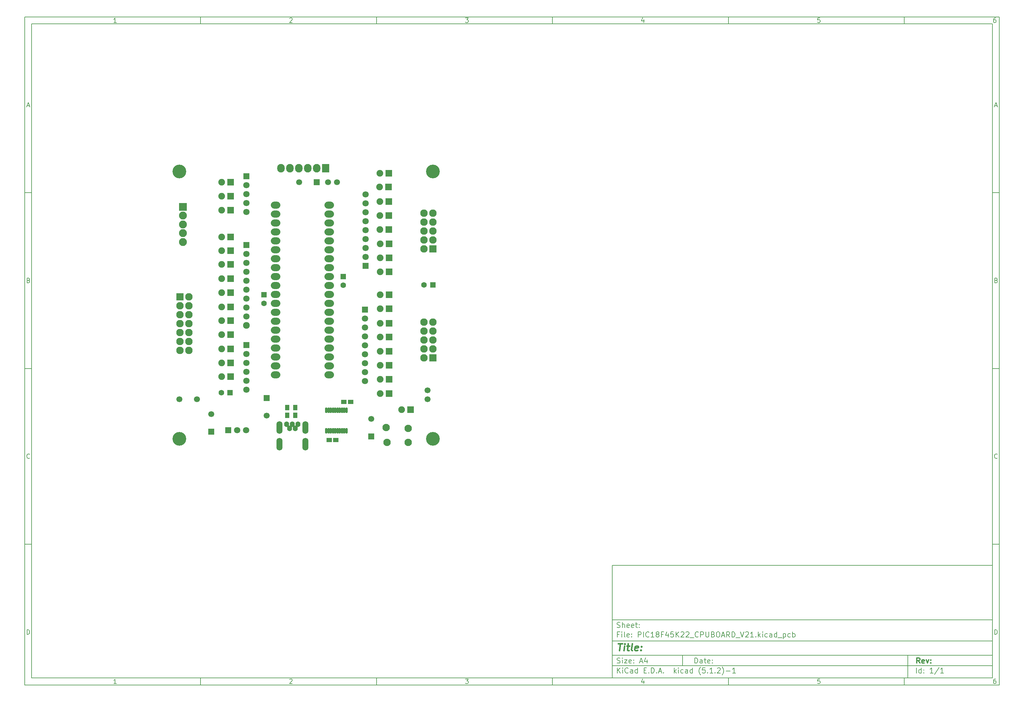
<source format=gts>
G04 #@! TF.GenerationSoftware,KiCad,Pcbnew,(5.1.2)-1*
G04 #@! TF.CreationDate,2019-04-29T19:23:30+09:00*
G04 #@! TF.ProjectId,PIC18F45K22_CPUBOARD_V21,50494331-3846-4343-954b-32325f435055,rev?*
G04 #@! TF.SameCoordinates,Original*
G04 #@! TF.FileFunction,Soldermask,Top*
G04 #@! TF.FilePolarity,Negative*
%FSLAX46Y46*%
G04 Gerber Fmt 4.6, Leading zero omitted, Abs format (unit mm)*
G04 Created by KiCad (PCBNEW (5.1.2)-1) date 2019-04-29 19:23:30*
%MOMM*%
%LPD*%
G04 APERTURE LIST*
%ADD10C,0.100000*%
%ADD11C,0.150000*%
%ADD12C,0.300000*%
%ADD13C,0.400000*%
%ADD14R,2.250000X2.250000*%
%ADD15C,2.250000*%
%ADD16R,1.900000X1.900000*%
%ADD17C,1.900000*%
%ADD18O,0.750000X1.600000*%
%ADD19C,1.700000*%
%ADD20R,1.797000X1.797000*%
%ADD21C,1.797000*%
%ADD22C,3.900000*%
%ADD23C,1.924000*%
%ADD24R,2.127200X2.127200*%
%ADD25O,2.127200X2.127200*%
%ADD26O,1.400000X1.600000*%
%ADD27O,1.700000X3.600000*%
%ADD28R,2.127200X2.432000*%
%ADD29O,2.127200X2.432000*%
%ADD30C,2.100000*%
%ADD31R,1.700000X1.700000*%
%ADD32R,1.600000X1.600000*%
%ADD33C,1.600000*%
%ADD34O,2.700000X2.000000*%
%ADD35R,1.600000X1.150000*%
%ADD36R,1.300000X1.600000*%
G04 APERTURE END LIST*
D10*
D11*
X177002200Y-166007200D02*
X177002200Y-198007200D01*
X285002200Y-198007200D01*
X285002200Y-166007200D01*
X177002200Y-166007200D01*
D10*
D11*
X10000000Y-10000000D02*
X10000000Y-200007200D01*
X287002200Y-200007200D01*
X287002200Y-10000000D01*
X10000000Y-10000000D01*
D10*
D11*
X12000000Y-12000000D02*
X12000000Y-198007200D01*
X285002200Y-198007200D01*
X285002200Y-12000000D01*
X12000000Y-12000000D01*
D10*
D11*
X60000000Y-12000000D02*
X60000000Y-10000000D01*
D10*
D11*
X110000000Y-12000000D02*
X110000000Y-10000000D01*
D10*
D11*
X160000000Y-12000000D02*
X160000000Y-10000000D01*
D10*
D11*
X210000000Y-12000000D02*
X210000000Y-10000000D01*
D10*
D11*
X260000000Y-12000000D02*
X260000000Y-10000000D01*
D10*
D11*
X36065476Y-11588095D02*
X35322619Y-11588095D01*
X35694047Y-11588095D02*
X35694047Y-10288095D01*
X35570238Y-10473809D01*
X35446428Y-10597619D01*
X35322619Y-10659523D01*
D10*
D11*
X85322619Y-10411904D02*
X85384523Y-10350000D01*
X85508333Y-10288095D01*
X85817857Y-10288095D01*
X85941666Y-10350000D01*
X86003571Y-10411904D01*
X86065476Y-10535714D01*
X86065476Y-10659523D01*
X86003571Y-10845238D01*
X85260714Y-11588095D01*
X86065476Y-11588095D01*
D10*
D11*
X135260714Y-10288095D02*
X136065476Y-10288095D01*
X135632142Y-10783333D01*
X135817857Y-10783333D01*
X135941666Y-10845238D01*
X136003571Y-10907142D01*
X136065476Y-11030952D01*
X136065476Y-11340476D01*
X136003571Y-11464285D01*
X135941666Y-11526190D01*
X135817857Y-11588095D01*
X135446428Y-11588095D01*
X135322619Y-11526190D01*
X135260714Y-11464285D01*
D10*
D11*
X185941666Y-10721428D02*
X185941666Y-11588095D01*
X185632142Y-10226190D02*
X185322619Y-11154761D01*
X186127380Y-11154761D01*
D10*
D11*
X236003571Y-10288095D02*
X235384523Y-10288095D01*
X235322619Y-10907142D01*
X235384523Y-10845238D01*
X235508333Y-10783333D01*
X235817857Y-10783333D01*
X235941666Y-10845238D01*
X236003571Y-10907142D01*
X236065476Y-11030952D01*
X236065476Y-11340476D01*
X236003571Y-11464285D01*
X235941666Y-11526190D01*
X235817857Y-11588095D01*
X235508333Y-11588095D01*
X235384523Y-11526190D01*
X235322619Y-11464285D01*
D10*
D11*
X285941666Y-10288095D02*
X285694047Y-10288095D01*
X285570238Y-10350000D01*
X285508333Y-10411904D01*
X285384523Y-10597619D01*
X285322619Y-10845238D01*
X285322619Y-11340476D01*
X285384523Y-11464285D01*
X285446428Y-11526190D01*
X285570238Y-11588095D01*
X285817857Y-11588095D01*
X285941666Y-11526190D01*
X286003571Y-11464285D01*
X286065476Y-11340476D01*
X286065476Y-11030952D01*
X286003571Y-10907142D01*
X285941666Y-10845238D01*
X285817857Y-10783333D01*
X285570238Y-10783333D01*
X285446428Y-10845238D01*
X285384523Y-10907142D01*
X285322619Y-11030952D01*
D10*
D11*
X60000000Y-198007200D02*
X60000000Y-200007200D01*
D10*
D11*
X110000000Y-198007200D02*
X110000000Y-200007200D01*
D10*
D11*
X160000000Y-198007200D02*
X160000000Y-200007200D01*
D10*
D11*
X210000000Y-198007200D02*
X210000000Y-200007200D01*
D10*
D11*
X260000000Y-198007200D02*
X260000000Y-200007200D01*
D10*
D11*
X36065476Y-199595295D02*
X35322619Y-199595295D01*
X35694047Y-199595295D02*
X35694047Y-198295295D01*
X35570238Y-198481009D01*
X35446428Y-198604819D01*
X35322619Y-198666723D01*
D10*
D11*
X85322619Y-198419104D02*
X85384523Y-198357200D01*
X85508333Y-198295295D01*
X85817857Y-198295295D01*
X85941666Y-198357200D01*
X86003571Y-198419104D01*
X86065476Y-198542914D01*
X86065476Y-198666723D01*
X86003571Y-198852438D01*
X85260714Y-199595295D01*
X86065476Y-199595295D01*
D10*
D11*
X135260714Y-198295295D02*
X136065476Y-198295295D01*
X135632142Y-198790533D01*
X135817857Y-198790533D01*
X135941666Y-198852438D01*
X136003571Y-198914342D01*
X136065476Y-199038152D01*
X136065476Y-199347676D01*
X136003571Y-199471485D01*
X135941666Y-199533390D01*
X135817857Y-199595295D01*
X135446428Y-199595295D01*
X135322619Y-199533390D01*
X135260714Y-199471485D01*
D10*
D11*
X185941666Y-198728628D02*
X185941666Y-199595295D01*
X185632142Y-198233390D02*
X185322619Y-199161961D01*
X186127380Y-199161961D01*
D10*
D11*
X236003571Y-198295295D02*
X235384523Y-198295295D01*
X235322619Y-198914342D01*
X235384523Y-198852438D01*
X235508333Y-198790533D01*
X235817857Y-198790533D01*
X235941666Y-198852438D01*
X236003571Y-198914342D01*
X236065476Y-199038152D01*
X236065476Y-199347676D01*
X236003571Y-199471485D01*
X235941666Y-199533390D01*
X235817857Y-199595295D01*
X235508333Y-199595295D01*
X235384523Y-199533390D01*
X235322619Y-199471485D01*
D10*
D11*
X285941666Y-198295295D02*
X285694047Y-198295295D01*
X285570238Y-198357200D01*
X285508333Y-198419104D01*
X285384523Y-198604819D01*
X285322619Y-198852438D01*
X285322619Y-199347676D01*
X285384523Y-199471485D01*
X285446428Y-199533390D01*
X285570238Y-199595295D01*
X285817857Y-199595295D01*
X285941666Y-199533390D01*
X286003571Y-199471485D01*
X286065476Y-199347676D01*
X286065476Y-199038152D01*
X286003571Y-198914342D01*
X285941666Y-198852438D01*
X285817857Y-198790533D01*
X285570238Y-198790533D01*
X285446428Y-198852438D01*
X285384523Y-198914342D01*
X285322619Y-199038152D01*
D10*
D11*
X10000000Y-60000000D02*
X12000000Y-60000000D01*
D10*
D11*
X10000000Y-110000000D02*
X12000000Y-110000000D01*
D10*
D11*
X10000000Y-160000000D02*
X12000000Y-160000000D01*
D10*
D11*
X10690476Y-35216666D02*
X11309523Y-35216666D01*
X10566666Y-35588095D02*
X11000000Y-34288095D01*
X11433333Y-35588095D01*
D10*
D11*
X11092857Y-84907142D02*
X11278571Y-84969047D01*
X11340476Y-85030952D01*
X11402380Y-85154761D01*
X11402380Y-85340476D01*
X11340476Y-85464285D01*
X11278571Y-85526190D01*
X11154761Y-85588095D01*
X10659523Y-85588095D01*
X10659523Y-84288095D01*
X11092857Y-84288095D01*
X11216666Y-84350000D01*
X11278571Y-84411904D01*
X11340476Y-84535714D01*
X11340476Y-84659523D01*
X11278571Y-84783333D01*
X11216666Y-84845238D01*
X11092857Y-84907142D01*
X10659523Y-84907142D01*
D10*
D11*
X11402380Y-135464285D02*
X11340476Y-135526190D01*
X11154761Y-135588095D01*
X11030952Y-135588095D01*
X10845238Y-135526190D01*
X10721428Y-135402380D01*
X10659523Y-135278571D01*
X10597619Y-135030952D01*
X10597619Y-134845238D01*
X10659523Y-134597619D01*
X10721428Y-134473809D01*
X10845238Y-134350000D01*
X11030952Y-134288095D01*
X11154761Y-134288095D01*
X11340476Y-134350000D01*
X11402380Y-134411904D01*
D10*
D11*
X10659523Y-185588095D02*
X10659523Y-184288095D01*
X10969047Y-184288095D01*
X11154761Y-184350000D01*
X11278571Y-184473809D01*
X11340476Y-184597619D01*
X11402380Y-184845238D01*
X11402380Y-185030952D01*
X11340476Y-185278571D01*
X11278571Y-185402380D01*
X11154761Y-185526190D01*
X10969047Y-185588095D01*
X10659523Y-185588095D01*
D10*
D11*
X287002200Y-60000000D02*
X285002200Y-60000000D01*
D10*
D11*
X287002200Y-110000000D02*
X285002200Y-110000000D01*
D10*
D11*
X287002200Y-160000000D02*
X285002200Y-160000000D01*
D10*
D11*
X285692676Y-35216666D02*
X286311723Y-35216666D01*
X285568866Y-35588095D02*
X286002200Y-34288095D01*
X286435533Y-35588095D01*
D10*
D11*
X286095057Y-84907142D02*
X286280771Y-84969047D01*
X286342676Y-85030952D01*
X286404580Y-85154761D01*
X286404580Y-85340476D01*
X286342676Y-85464285D01*
X286280771Y-85526190D01*
X286156961Y-85588095D01*
X285661723Y-85588095D01*
X285661723Y-84288095D01*
X286095057Y-84288095D01*
X286218866Y-84350000D01*
X286280771Y-84411904D01*
X286342676Y-84535714D01*
X286342676Y-84659523D01*
X286280771Y-84783333D01*
X286218866Y-84845238D01*
X286095057Y-84907142D01*
X285661723Y-84907142D01*
D10*
D11*
X286404580Y-135464285D02*
X286342676Y-135526190D01*
X286156961Y-135588095D01*
X286033152Y-135588095D01*
X285847438Y-135526190D01*
X285723628Y-135402380D01*
X285661723Y-135278571D01*
X285599819Y-135030952D01*
X285599819Y-134845238D01*
X285661723Y-134597619D01*
X285723628Y-134473809D01*
X285847438Y-134350000D01*
X286033152Y-134288095D01*
X286156961Y-134288095D01*
X286342676Y-134350000D01*
X286404580Y-134411904D01*
D10*
D11*
X285661723Y-185588095D02*
X285661723Y-184288095D01*
X285971247Y-184288095D01*
X286156961Y-184350000D01*
X286280771Y-184473809D01*
X286342676Y-184597619D01*
X286404580Y-184845238D01*
X286404580Y-185030952D01*
X286342676Y-185278571D01*
X286280771Y-185402380D01*
X286156961Y-185526190D01*
X285971247Y-185588095D01*
X285661723Y-185588095D01*
D10*
D11*
X200434342Y-193785771D02*
X200434342Y-192285771D01*
X200791485Y-192285771D01*
X201005771Y-192357200D01*
X201148628Y-192500057D01*
X201220057Y-192642914D01*
X201291485Y-192928628D01*
X201291485Y-193142914D01*
X201220057Y-193428628D01*
X201148628Y-193571485D01*
X201005771Y-193714342D01*
X200791485Y-193785771D01*
X200434342Y-193785771D01*
X202577200Y-193785771D02*
X202577200Y-193000057D01*
X202505771Y-192857200D01*
X202362914Y-192785771D01*
X202077200Y-192785771D01*
X201934342Y-192857200D01*
X202577200Y-193714342D02*
X202434342Y-193785771D01*
X202077200Y-193785771D01*
X201934342Y-193714342D01*
X201862914Y-193571485D01*
X201862914Y-193428628D01*
X201934342Y-193285771D01*
X202077200Y-193214342D01*
X202434342Y-193214342D01*
X202577200Y-193142914D01*
X203077200Y-192785771D02*
X203648628Y-192785771D01*
X203291485Y-192285771D02*
X203291485Y-193571485D01*
X203362914Y-193714342D01*
X203505771Y-193785771D01*
X203648628Y-193785771D01*
X204720057Y-193714342D02*
X204577200Y-193785771D01*
X204291485Y-193785771D01*
X204148628Y-193714342D01*
X204077200Y-193571485D01*
X204077200Y-193000057D01*
X204148628Y-192857200D01*
X204291485Y-192785771D01*
X204577200Y-192785771D01*
X204720057Y-192857200D01*
X204791485Y-193000057D01*
X204791485Y-193142914D01*
X204077200Y-193285771D01*
X205434342Y-193642914D02*
X205505771Y-193714342D01*
X205434342Y-193785771D01*
X205362914Y-193714342D01*
X205434342Y-193642914D01*
X205434342Y-193785771D01*
X205434342Y-192857200D02*
X205505771Y-192928628D01*
X205434342Y-193000057D01*
X205362914Y-192928628D01*
X205434342Y-192857200D01*
X205434342Y-193000057D01*
D10*
D11*
X177002200Y-194507200D02*
X285002200Y-194507200D01*
D10*
D11*
X178434342Y-196585771D02*
X178434342Y-195085771D01*
X179291485Y-196585771D02*
X178648628Y-195728628D01*
X179291485Y-195085771D02*
X178434342Y-195942914D01*
X179934342Y-196585771D02*
X179934342Y-195585771D01*
X179934342Y-195085771D02*
X179862914Y-195157200D01*
X179934342Y-195228628D01*
X180005771Y-195157200D01*
X179934342Y-195085771D01*
X179934342Y-195228628D01*
X181505771Y-196442914D02*
X181434342Y-196514342D01*
X181220057Y-196585771D01*
X181077200Y-196585771D01*
X180862914Y-196514342D01*
X180720057Y-196371485D01*
X180648628Y-196228628D01*
X180577200Y-195942914D01*
X180577200Y-195728628D01*
X180648628Y-195442914D01*
X180720057Y-195300057D01*
X180862914Y-195157200D01*
X181077200Y-195085771D01*
X181220057Y-195085771D01*
X181434342Y-195157200D01*
X181505771Y-195228628D01*
X182791485Y-196585771D02*
X182791485Y-195800057D01*
X182720057Y-195657200D01*
X182577200Y-195585771D01*
X182291485Y-195585771D01*
X182148628Y-195657200D01*
X182791485Y-196514342D02*
X182648628Y-196585771D01*
X182291485Y-196585771D01*
X182148628Y-196514342D01*
X182077200Y-196371485D01*
X182077200Y-196228628D01*
X182148628Y-196085771D01*
X182291485Y-196014342D01*
X182648628Y-196014342D01*
X182791485Y-195942914D01*
X184148628Y-196585771D02*
X184148628Y-195085771D01*
X184148628Y-196514342D02*
X184005771Y-196585771D01*
X183720057Y-196585771D01*
X183577200Y-196514342D01*
X183505771Y-196442914D01*
X183434342Y-196300057D01*
X183434342Y-195871485D01*
X183505771Y-195728628D01*
X183577200Y-195657200D01*
X183720057Y-195585771D01*
X184005771Y-195585771D01*
X184148628Y-195657200D01*
X186005771Y-195800057D02*
X186505771Y-195800057D01*
X186720057Y-196585771D02*
X186005771Y-196585771D01*
X186005771Y-195085771D01*
X186720057Y-195085771D01*
X187362914Y-196442914D02*
X187434342Y-196514342D01*
X187362914Y-196585771D01*
X187291485Y-196514342D01*
X187362914Y-196442914D01*
X187362914Y-196585771D01*
X188077200Y-196585771D02*
X188077200Y-195085771D01*
X188434342Y-195085771D01*
X188648628Y-195157200D01*
X188791485Y-195300057D01*
X188862914Y-195442914D01*
X188934342Y-195728628D01*
X188934342Y-195942914D01*
X188862914Y-196228628D01*
X188791485Y-196371485D01*
X188648628Y-196514342D01*
X188434342Y-196585771D01*
X188077200Y-196585771D01*
X189577200Y-196442914D02*
X189648628Y-196514342D01*
X189577200Y-196585771D01*
X189505771Y-196514342D01*
X189577200Y-196442914D01*
X189577200Y-196585771D01*
X190220057Y-196157200D02*
X190934342Y-196157200D01*
X190077200Y-196585771D02*
X190577200Y-195085771D01*
X191077200Y-196585771D01*
X191577200Y-196442914D02*
X191648628Y-196514342D01*
X191577200Y-196585771D01*
X191505771Y-196514342D01*
X191577200Y-196442914D01*
X191577200Y-196585771D01*
X194577200Y-196585771D02*
X194577200Y-195085771D01*
X194720057Y-196014342D02*
X195148628Y-196585771D01*
X195148628Y-195585771D02*
X194577200Y-196157200D01*
X195791485Y-196585771D02*
X195791485Y-195585771D01*
X195791485Y-195085771D02*
X195720057Y-195157200D01*
X195791485Y-195228628D01*
X195862914Y-195157200D01*
X195791485Y-195085771D01*
X195791485Y-195228628D01*
X197148628Y-196514342D02*
X197005771Y-196585771D01*
X196720057Y-196585771D01*
X196577200Y-196514342D01*
X196505771Y-196442914D01*
X196434342Y-196300057D01*
X196434342Y-195871485D01*
X196505771Y-195728628D01*
X196577200Y-195657200D01*
X196720057Y-195585771D01*
X197005771Y-195585771D01*
X197148628Y-195657200D01*
X198434342Y-196585771D02*
X198434342Y-195800057D01*
X198362914Y-195657200D01*
X198220057Y-195585771D01*
X197934342Y-195585771D01*
X197791485Y-195657200D01*
X198434342Y-196514342D02*
X198291485Y-196585771D01*
X197934342Y-196585771D01*
X197791485Y-196514342D01*
X197720057Y-196371485D01*
X197720057Y-196228628D01*
X197791485Y-196085771D01*
X197934342Y-196014342D01*
X198291485Y-196014342D01*
X198434342Y-195942914D01*
X199791485Y-196585771D02*
X199791485Y-195085771D01*
X199791485Y-196514342D02*
X199648628Y-196585771D01*
X199362914Y-196585771D01*
X199220057Y-196514342D01*
X199148628Y-196442914D01*
X199077200Y-196300057D01*
X199077200Y-195871485D01*
X199148628Y-195728628D01*
X199220057Y-195657200D01*
X199362914Y-195585771D01*
X199648628Y-195585771D01*
X199791485Y-195657200D01*
X202077200Y-197157200D02*
X202005771Y-197085771D01*
X201862914Y-196871485D01*
X201791485Y-196728628D01*
X201720057Y-196514342D01*
X201648628Y-196157200D01*
X201648628Y-195871485D01*
X201720057Y-195514342D01*
X201791485Y-195300057D01*
X201862914Y-195157200D01*
X202005771Y-194942914D01*
X202077200Y-194871485D01*
X203362914Y-195085771D02*
X202648628Y-195085771D01*
X202577200Y-195800057D01*
X202648628Y-195728628D01*
X202791485Y-195657200D01*
X203148628Y-195657200D01*
X203291485Y-195728628D01*
X203362914Y-195800057D01*
X203434342Y-195942914D01*
X203434342Y-196300057D01*
X203362914Y-196442914D01*
X203291485Y-196514342D01*
X203148628Y-196585771D01*
X202791485Y-196585771D01*
X202648628Y-196514342D01*
X202577200Y-196442914D01*
X204077200Y-196442914D02*
X204148628Y-196514342D01*
X204077200Y-196585771D01*
X204005771Y-196514342D01*
X204077200Y-196442914D01*
X204077200Y-196585771D01*
X205577200Y-196585771D02*
X204720057Y-196585771D01*
X205148628Y-196585771D02*
X205148628Y-195085771D01*
X205005771Y-195300057D01*
X204862914Y-195442914D01*
X204720057Y-195514342D01*
X206220057Y-196442914D02*
X206291485Y-196514342D01*
X206220057Y-196585771D01*
X206148628Y-196514342D01*
X206220057Y-196442914D01*
X206220057Y-196585771D01*
X206862914Y-195228628D02*
X206934342Y-195157200D01*
X207077200Y-195085771D01*
X207434342Y-195085771D01*
X207577200Y-195157200D01*
X207648628Y-195228628D01*
X207720057Y-195371485D01*
X207720057Y-195514342D01*
X207648628Y-195728628D01*
X206791485Y-196585771D01*
X207720057Y-196585771D01*
X208220057Y-197157200D02*
X208291485Y-197085771D01*
X208434342Y-196871485D01*
X208505771Y-196728628D01*
X208577200Y-196514342D01*
X208648628Y-196157200D01*
X208648628Y-195871485D01*
X208577200Y-195514342D01*
X208505771Y-195300057D01*
X208434342Y-195157200D01*
X208291485Y-194942914D01*
X208220057Y-194871485D01*
X209362914Y-196014342D02*
X210505771Y-196014342D01*
X212005771Y-196585771D02*
X211148628Y-196585771D01*
X211577200Y-196585771D02*
X211577200Y-195085771D01*
X211434342Y-195300057D01*
X211291485Y-195442914D01*
X211148628Y-195514342D01*
D10*
D11*
X177002200Y-191507200D02*
X285002200Y-191507200D01*
D10*
D12*
X264411485Y-193785771D02*
X263911485Y-193071485D01*
X263554342Y-193785771D02*
X263554342Y-192285771D01*
X264125771Y-192285771D01*
X264268628Y-192357200D01*
X264340057Y-192428628D01*
X264411485Y-192571485D01*
X264411485Y-192785771D01*
X264340057Y-192928628D01*
X264268628Y-193000057D01*
X264125771Y-193071485D01*
X263554342Y-193071485D01*
X265625771Y-193714342D02*
X265482914Y-193785771D01*
X265197200Y-193785771D01*
X265054342Y-193714342D01*
X264982914Y-193571485D01*
X264982914Y-193000057D01*
X265054342Y-192857200D01*
X265197200Y-192785771D01*
X265482914Y-192785771D01*
X265625771Y-192857200D01*
X265697200Y-193000057D01*
X265697200Y-193142914D01*
X264982914Y-193285771D01*
X266197200Y-192785771D02*
X266554342Y-193785771D01*
X266911485Y-192785771D01*
X267482914Y-193642914D02*
X267554342Y-193714342D01*
X267482914Y-193785771D01*
X267411485Y-193714342D01*
X267482914Y-193642914D01*
X267482914Y-193785771D01*
X267482914Y-192857200D02*
X267554342Y-192928628D01*
X267482914Y-193000057D01*
X267411485Y-192928628D01*
X267482914Y-192857200D01*
X267482914Y-193000057D01*
D10*
D11*
X178362914Y-193714342D02*
X178577200Y-193785771D01*
X178934342Y-193785771D01*
X179077200Y-193714342D01*
X179148628Y-193642914D01*
X179220057Y-193500057D01*
X179220057Y-193357200D01*
X179148628Y-193214342D01*
X179077200Y-193142914D01*
X178934342Y-193071485D01*
X178648628Y-193000057D01*
X178505771Y-192928628D01*
X178434342Y-192857200D01*
X178362914Y-192714342D01*
X178362914Y-192571485D01*
X178434342Y-192428628D01*
X178505771Y-192357200D01*
X178648628Y-192285771D01*
X179005771Y-192285771D01*
X179220057Y-192357200D01*
X179862914Y-193785771D02*
X179862914Y-192785771D01*
X179862914Y-192285771D02*
X179791485Y-192357200D01*
X179862914Y-192428628D01*
X179934342Y-192357200D01*
X179862914Y-192285771D01*
X179862914Y-192428628D01*
X180434342Y-192785771D02*
X181220057Y-192785771D01*
X180434342Y-193785771D01*
X181220057Y-193785771D01*
X182362914Y-193714342D02*
X182220057Y-193785771D01*
X181934342Y-193785771D01*
X181791485Y-193714342D01*
X181720057Y-193571485D01*
X181720057Y-193000057D01*
X181791485Y-192857200D01*
X181934342Y-192785771D01*
X182220057Y-192785771D01*
X182362914Y-192857200D01*
X182434342Y-193000057D01*
X182434342Y-193142914D01*
X181720057Y-193285771D01*
X183077200Y-193642914D02*
X183148628Y-193714342D01*
X183077200Y-193785771D01*
X183005771Y-193714342D01*
X183077200Y-193642914D01*
X183077200Y-193785771D01*
X183077200Y-192857200D02*
X183148628Y-192928628D01*
X183077200Y-193000057D01*
X183005771Y-192928628D01*
X183077200Y-192857200D01*
X183077200Y-193000057D01*
X184862914Y-193357200D02*
X185577200Y-193357200D01*
X184720057Y-193785771D02*
X185220057Y-192285771D01*
X185720057Y-193785771D01*
X186862914Y-192785771D02*
X186862914Y-193785771D01*
X186505771Y-192214342D02*
X186148628Y-193285771D01*
X187077200Y-193285771D01*
D10*
D11*
X263434342Y-196585771D02*
X263434342Y-195085771D01*
X264791485Y-196585771D02*
X264791485Y-195085771D01*
X264791485Y-196514342D02*
X264648628Y-196585771D01*
X264362914Y-196585771D01*
X264220057Y-196514342D01*
X264148628Y-196442914D01*
X264077200Y-196300057D01*
X264077200Y-195871485D01*
X264148628Y-195728628D01*
X264220057Y-195657200D01*
X264362914Y-195585771D01*
X264648628Y-195585771D01*
X264791485Y-195657200D01*
X265505771Y-196442914D02*
X265577200Y-196514342D01*
X265505771Y-196585771D01*
X265434342Y-196514342D01*
X265505771Y-196442914D01*
X265505771Y-196585771D01*
X265505771Y-195657200D02*
X265577200Y-195728628D01*
X265505771Y-195800057D01*
X265434342Y-195728628D01*
X265505771Y-195657200D01*
X265505771Y-195800057D01*
X268148628Y-196585771D02*
X267291485Y-196585771D01*
X267720057Y-196585771D02*
X267720057Y-195085771D01*
X267577200Y-195300057D01*
X267434342Y-195442914D01*
X267291485Y-195514342D01*
X269862914Y-195014342D02*
X268577200Y-196942914D01*
X271148628Y-196585771D02*
X270291485Y-196585771D01*
X270720057Y-196585771D02*
X270720057Y-195085771D01*
X270577200Y-195300057D01*
X270434342Y-195442914D01*
X270291485Y-195514342D01*
D10*
D11*
X177002200Y-187507200D02*
X285002200Y-187507200D01*
D10*
D13*
X178714580Y-188211961D02*
X179857438Y-188211961D01*
X179036009Y-190211961D02*
X179286009Y-188211961D01*
X180274104Y-190211961D02*
X180440771Y-188878628D01*
X180524104Y-188211961D02*
X180416961Y-188307200D01*
X180500295Y-188402438D01*
X180607438Y-188307200D01*
X180524104Y-188211961D01*
X180500295Y-188402438D01*
X181107438Y-188878628D02*
X181869342Y-188878628D01*
X181476485Y-188211961D02*
X181262200Y-189926247D01*
X181333628Y-190116723D01*
X181512200Y-190211961D01*
X181702676Y-190211961D01*
X182655057Y-190211961D02*
X182476485Y-190116723D01*
X182405057Y-189926247D01*
X182619342Y-188211961D01*
X184190771Y-190116723D02*
X183988390Y-190211961D01*
X183607438Y-190211961D01*
X183428866Y-190116723D01*
X183357438Y-189926247D01*
X183452676Y-189164342D01*
X183571723Y-188973866D01*
X183774104Y-188878628D01*
X184155057Y-188878628D01*
X184333628Y-188973866D01*
X184405057Y-189164342D01*
X184381247Y-189354819D01*
X183405057Y-189545295D01*
X185155057Y-190021485D02*
X185238390Y-190116723D01*
X185131247Y-190211961D01*
X185047914Y-190116723D01*
X185155057Y-190021485D01*
X185131247Y-190211961D01*
X185286009Y-188973866D02*
X185369342Y-189069104D01*
X185262200Y-189164342D01*
X185178866Y-189069104D01*
X185286009Y-188973866D01*
X185262200Y-189164342D01*
D10*
D11*
X178934342Y-185600057D02*
X178434342Y-185600057D01*
X178434342Y-186385771D02*
X178434342Y-184885771D01*
X179148628Y-184885771D01*
X179720057Y-186385771D02*
X179720057Y-185385771D01*
X179720057Y-184885771D02*
X179648628Y-184957200D01*
X179720057Y-185028628D01*
X179791485Y-184957200D01*
X179720057Y-184885771D01*
X179720057Y-185028628D01*
X180648628Y-186385771D02*
X180505771Y-186314342D01*
X180434342Y-186171485D01*
X180434342Y-184885771D01*
X181791485Y-186314342D02*
X181648628Y-186385771D01*
X181362914Y-186385771D01*
X181220057Y-186314342D01*
X181148628Y-186171485D01*
X181148628Y-185600057D01*
X181220057Y-185457200D01*
X181362914Y-185385771D01*
X181648628Y-185385771D01*
X181791485Y-185457200D01*
X181862914Y-185600057D01*
X181862914Y-185742914D01*
X181148628Y-185885771D01*
X182505771Y-186242914D02*
X182577200Y-186314342D01*
X182505771Y-186385771D01*
X182434342Y-186314342D01*
X182505771Y-186242914D01*
X182505771Y-186385771D01*
X182505771Y-185457200D02*
X182577200Y-185528628D01*
X182505771Y-185600057D01*
X182434342Y-185528628D01*
X182505771Y-185457200D01*
X182505771Y-185600057D01*
X184362914Y-186385771D02*
X184362914Y-184885771D01*
X184934342Y-184885771D01*
X185077200Y-184957200D01*
X185148628Y-185028628D01*
X185220057Y-185171485D01*
X185220057Y-185385771D01*
X185148628Y-185528628D01*
X185077200Y-185600057D01*
X184934342Y-185671485D01*
X184362914Y-185671485D01*
X185862914Y-186385771D02*
X185862914Y-184885771D01*
X187434342Y-186242914D02*
X187362914Y-186314342D01*
X187148628Y-186385771D01*
X187005771Y-186385771D01*
X186791485Y-186314342D01*
X186648628Y-186171485D01*
X186577200Y-186028628D01*
X186505771Y-185742914D01*
X186505771Y-185528628D01*
X186577200Y-185242914D01*
X186648628Y-185100057D01*
X186791485Y-184957200D01*
X187005771Y-184885771D01*
X187148628Y-184885771D01*
X187362914Y-184957200D01*
X187434342Y-185028628D01*
X188862914Y-186385771D02*
X188005771Y-186385771D01*
X188434342Y-186385771D02*
X188434342Y-184885771D01*
X188291485Y-185100057D01*
X188148628Y-185242914D01*
X188005771Y-185314342D01*
X189720057Y-185528628D02*
X189577200Y-185457200D01*
X189505771Y-185385771D01*
X189434342Y-185242914D01*
X189434342Y-185171485D01*
X189505771Y-185028628D01*
X189577200Y-184957200D01*
X189720057Y-184885771D01*
X190005771Y-184885771D01*
X190148628Y-184957200D01*
X190220057Y-185028628D01*
X190291485Y-185171485D01*
X190291485Y-185242914D01*
X190220057Y-185385771D01*
X190148628Y-185457200D01*
X190005771Y-185528628D01*
X189720057Y-185528628D01*
X189577200Y-185600057D01*
X189505771Y-185671485D01*
X189434342Y-185814342D01*
X189434342Y-186100057D01*
X189505771Y-186242914D01*
X189577200Y-186314342D01*
X189720057Y-186385771D01*
X190005771Y-186385771D01*
X190148628Y-186314342D01*
X190220057Y-186242914D01*
X190291485Y-186100057D01*
X190291485Y-185814342D01*
X190220057Y-185671485D01*
X190148628Y-185600057D01*
X190005771Y-185528628D01*
X191434342Y-185600057D02*
X190934342Y-185600057D01*
X190934342Y-186385771D02*
X190934342Y-184885771D01*
X191648628Y-184885771D01*
X192862914Y-185385771D02*
X192862914Y-186385771D01*
X192505771Y-184814342D02*
X192148628Y-185885771D01*
X193077200Y-185885771D01*
X194362914Y-184885771D02*
X193648628Y-184885771D01*
X193577200Y-185600057D01*
X193648628Y-185528628D01*
X193791485Y-185457200D01*
X194148628Y-185457200D01*
X194291485Y-185528628D01*
X194362914Y-185600057D01*
X194434342Y-185742914D01*
X194434342Y-186100057D01*
X194362914Y-186242914D01*
X194291485Y-186314342D01*
X194148628Y-186385771D01*
X193791485Y-186385771D01*
X193648628Y-186314342D01*
X193577200Y-186242914D01*
X195077200Y-186385771D02*
X195077200Y-184885771D01*
X195934342Y-186385771D02*
X195291485Y-185528628D01*
X195934342Y-184885771D02*
X195077200Y-185742914D01*
X196505771Y-185028628D02*
X196577200Y-184957200D01*
X196720057Y-184885771D01*
X197077200Y-184885771D01*
X197220057Y-184957200D01*
X197291485Y-185028628D01*
X197362914Y-185171485D01*
X197362914Y-185314342D01*
X197291485Y-185528628D01*
X196434342Y-186385771D01*
X197362914Y-186385771D01*
X197934342Y-185028628D02*
X198005771Y-184957200D01*
X198148628Y-184885771D01*
X198505771Y-184885771D01*
X198648628Y-184957200D01*
X198720057Y-185028628D01*
X198791485Y-185171485D01*
X198791485Y-185314342D01*
X198720057Y-185528628D01*
X197862914Y-186385771D01*
X198791485Y-186385771D01*
X199077200Y-186528628D02*
X200220057Y-186528628D01*
X201434342Y-186242914D02*
X201362914Y-186314342D01*
X201148628Y-186385771D01*
X201005771Y-186385771D01*
X200791485Y-186314342D01*
X200648628Y-186171485D01*
X200577200Y-186028628D01*
X200505771Y-185742914D01*
X200505771Y-185528628D01*
X200577200Y-185242914D01*
X200648628Y-185100057D01*
X200791485Y-184957200D01*
X201005771Y-184885771D01*
X201148628Y-184885771D01*
X201362914Y-184957200D01*
X201434342Y-185028628D01*
X202077200Y-186385771D02*
X202077200Y-184885771D01*
X202648628Y-184885771D01*
X202791485Y-184957200D01*
X202862914Y-185028628D01*
X202934342Y-185171485D01*
X202934342Y-185385771D01*
X202862914Y-185528628D01*
X202791485Y-185600057D01*
X202648628Y-185671485D01*
X202077200Y-185671485D01*
X203577200Y-184885771D02*
X203577200Y-186100057D01*
X203648628Y-186242914D01*
X203720057Y-186314342D01*
X203862914Y-186385771D01*
X204148628Y-186385771D01*
X204291485Y-186314342D01*
X204362914Y-186242914D01*
X204434342Y-186100057D01*
X204434342Y-184885771D01*
X205648628Y-185600057D02*
X205862914Y-185671485D01*
X205934342Y-185742914D01*
X206005771Y-185885771D01*
X206005771Y-186100057D01*
X205934342Y-186242914D01*
X205862914Y-186314342D01*
X205720057Y-186385771D01*
X205148628Y-186385771D01*
X205148628Y-184885771D01*
X205648628Y-184885771D01*
X205791485Y-184957200D01*
X205862914Y-185028628D01*
X205934342Y-185171485D01*
X205934342Y-185314342D01*
X205862914Y-185457200D01*
X205791485Y-185528628D01*
X205648628Y-185600057D01*
X205148628Y-185600057D01*
X206934342Y-184885771D02*
X207220057Y-184885771D01*
X207362914Y-184957200D01*
X207505771Y-185100057D01*
X207577200Y-185385771D01*
X207577200Y-185885771D01*
X207505771Y-186171485D01*
X207362914Y-186314342D01*
X207220057Y-186385771D01*
X206934342Y-186385771D01*
X206791485Y-186314342D01*
X206648628Y-186171485D01*
X206577200Y-185885771D01*
X206577200Y-185385771D01*
X206648628Y-185100057D01*
X206791485Y-184957200D01*
X206934342Y-184885771D01*
X208148628Y-185957200D02*
X208862914Y-185957200D01*
X208005771Y-186385771D02*
X208505771Y-184885771D01*
X209005771Y-186385771D01*
X210362914Y-186385771D02*
X209862914Y-185671485D01*
X209505771Y-186385771D02*
X209505771Y-184885771D01*
X210077200Y-184885771D01*
X210220057Y-184957200D01*
X210291485Y-185028628D01*
X210362914Y-185171485D01*
X210362914Y-185385771D01*
X210291485Y-185528628D01*
X210220057Y-185600057D01*
X210077200Y-185671485D01*
X209505771Y-185671485D01*
X211005771Y-186385771D02*
X211005771Y-184885771D01*
X211362914Y-184885771D01*
X211577200Y-184957200D01*
X211720057Y-185100057D01*
X211791485Y-185242914D01*
X211862914Y-185528628D01*
X211862914Y-185742914D01*
X211791485Y-186028628D01*
X211720057Y-186171485D01*
X211577200Y-186314342D01*
X211362914Y-186385771D01*
X211005771Y-186385771D01*
X212148628Y-186528628D02*
X213291485Y-186528628D01*
X213434342Y-184885771D02*
X213934342Y-186385771D01*
X214434342Y-184885771D01*
X214862914Y-185028628D02*
X214934342Y-184957200D01*
X215077200Y-184885771D01*
X215434342Y-184885771D01*
X215577200Y-184957200D01*
X215648628Y-185028628D01*
X215720057Y-185171485D01*
X215720057Y-185314342D01*
X215648628Y-185528628D01*
X214791485Y-186385771D01*
X215720057Y-186385771D01*
X217148628Y-186385771D02*
X216291485Y-186385771D01*
X216720057Y-186385771D02*
X216720057Y-184885771D01*
X216577200Y-185100057D01*
X216434342Y-185242914D01*
X216291485Y-185314342D01*
X217791485Y-186242914D02*
X217862914Y-186314342D01*
X217791485Y-186385771D01*
X217720057Y-186314342D01*
X217791485Y-186242914D01*
X217791485Y-186385771D01*
X218505771Y-186385771D02*
X218505771Y-184885771D01*
X218648628Y-185814342D02*
X219077200Y-186385771D01*
X219077200Y-185385771D02*
X218505771Y-185957200D01*
X219720057Y-186385771D02*
X219720057Y-185385771D01*
X219720057Y-184885771D02*
X219648628Y-184957200D01*
X219720057Y-185028628D01*
X219791485Y-184957200D01*
X219720057Y-184885771D01*
X219720057Y-185028628D01*
X221077200Y-186314342D02*
X220934342Y-186385771D01*
X220648628Y-186385771D01*
X220505771Y-186314342D01*
X220434342Y-186242914D01*
X220362914Y-186100057D01*
X220362914Y-185671485D01*
X220434342Y-185528628D01*
X220505771Y-185457200D01*
X220648628Y-185385771D01*
X220934342Y-185385771D01*
X221077200Y-185457200D01*
X222362914Y-186385771D02*
X222362914Y-185600057D01*
X222291485Y-185457200D01*
X222148628Y-185385771D01*
X221862914Y-185385771D01*
X221720057Y-185457200D01*
X222362914Y-186314342D02*
X222220057Y-186385771D01*
X221862914Y-186385771D01*
X221720057Y-186314342D01*
X221648628Y-186171485D01*
X221648628Y-186028628D01*
X221720057Y-185885771D01*
X221862914Y-185814342D01*
X222220057Y-185814342D01*
X222362914Y-185742914D01*
X223720057Y-186385771D02*
X223720057Y-184885771D01*
X223720057Y-186314342D02*
X223577200Y-186385771D01*
X223291485Y-186385771D01*
X223148628Y-186314342D01*
X223077200Y-186242914D01*
X223005771Y-186100057D01*
X223005771Y-185671485D01*
X223077200Y-185528628D01*
X223148628Y-185457200D01*
X223291485Y-185385771D01*
X223577200Y-185385771D01*
X223720057Y-185457200D01*
X224077200Y-186528628D02*
X225220057Y-186528628D01*
X225577200Y-185385771D02*
X225577200Y-186885771D01*
X225577200Y-185457200D02*
X225720057Y-185385771D01*
X226005771Y-185385771D01*
X226148628Y-185457200D01*
X226220057Y-185528628D01*
X226291485Y-185671485D01*
X226291485Y-186100057D01*
X226220057Y-186242914D01*
X226148628Y-186314342D01*
X226005771Y-186385771D01*
X225720057Y-186385771D01*
X225577200Y-186314342D01*
X227577200Y-186314342D02*
X227434342Y-186385771D01*
X227148628Y-186385771D01*
X227005771Y-186314342D01*
X226934342Y-186242914D01*
X226862914Y-186100057D01*
X226862914Y-185671485D01*
X226934342Y-185528628D01*
X227005771Y-185457200D01*
X227148628Y-185385771D01*
X227434342Y-185385771D01*
X227577200Y-185457200D01*
X228220057Y-186385771D02*
X228220057Y-184885771D01*
X228220057Y-185457200D02*
X228362914Y-185385771D01*
X228648628Y-185385771D01*
X228791485Y-185457200D01*
X228862914Y-185528628D01*
X228934342Y-185671485D01*
X228934342Y-186100057D01*
X228862914Y-186242914D01*
X228791485Y-186314342D01*
X228648628Y-186385771D01*
X228362914Y-186385771D01*
X228220057Y-186314342D01*
D10*
D11*
X177002200Y-181507200D02*
X285002200Y-181507200D01*
D10*
D11*
X178362914Y-183614342D02*
X178577200Y-183685771D01*
X178934342Y-183685771D01*
X179077200Y-183614342D01*
X179148628Y-183542914D01*
X179220057Y-183400057D01*
X179220057Y-183257200D01*
X179148628Y-183114342D01*
X179077200Y-183042914D01*
X178934342Y-182971485D01*
X178648628Y-182900057D01*
X178505771Y-182828628D01*
X178434342Y-182757200D01*
X178362914Y-182614342D01*
X178362914Y-182471485D01*
X178434342Y-182328628D01*
X178505771Y-182257200D01*
X178648628Y-182185771D01*
X179005771Y-182185771D01*
X179220057Y-182257200D01*
X179862914Y-183685771D02*
X179862914Y-182185771D01*
X180505771Y-183685771D02*
X180505771Y-182900057D01*
X180434342Y-182757200D01*
X180291485Y-182685771D01*
X180077200Y-182685771D01*
X179934342Y-182757200D01*
X179862914Y-182828628D01*
X181791485Y-183614342D02*
X181648628Y-183685771D01*
X181362914Y-183685771D01*
X181220057Y-183614342D01*
X181148628Y-183471485D01*
X181148628Y-182900057D01*
X181220057Y-182757200D01*
X181362914Y-182685771D01*
X181648628Y-182685771D01*
X181791485Y-182757200D01*
X181862914Y-182900057D01*
X181862914Y-183042914D01*
X181148628Y-183185771D01*
X183077200Y-183614342D02*
X182934342Y-183685771D01*
X182648628Y-183685771D01*
X182505771Y-183614342D01*
X182434342Y-183471485D01*
X182434342Y-182900057D01*
X182505771Y-182757200D01*
X182648628Y-182685771D01*
X182934342Y-182685771D01*
X183077200Y-182757200D01*
X183148628Y-182900057D01*
X183148628Y-183042914D01*
X182434342Y-183185771D01*
X183577200Y-182685771D02*
X184148628Y-182685771D01*
X183791485Y-182185771D02*
X183791485Y-183471485D01*
X183862914Y-183614342D01*
X184005771Y-183685771D01*
X184148628Y-183685771D01*
X184648628Y-183542914D02*
X184720057Y-183614342D01*
X184648628Y-183685771D01*
X184577200Y-183614342D01*
X184648628Y-183542914D01*
X184648628Y-183685771D01*
X184648628Y-182757200D02*
X184720057Y-182828628D01*
X184648628Y-182900057D01*
X184577200Y-182828628D01*
X184648628Y-182757200D01*
X184648628Y-182900057D01*
D10*
D11*
X197002200Y-191507200D02*
X197002200Y-194507200D01*
D10*
D11*
X261002200Y-191507200D02*
X261002200Y-198007200D01*
D14*
X55000000Y-64000000D03*
D15*
X55000000Y-66500000D03*
X55000000Y-69000000D03*
X55000000Y-71500000D03*
X55000000Y-74000000D03*
D16*
X68500000Y-61000000D03*
D17*
X65960000Y-61000000D03*
D16*
X68500000Y-65000000D03*
D17*
X65960000Y-65000000D03*
D16*
X68500000Y-72600000D03*
D17*
X65960000Y-72600000D03*
D16*
X68500000Y-76500000D03*
D17*
X65960000Y-76500000D03*
D16*
X68500000Y-80400000D03*
D17*
X65960000Y-80400000D03*
D16*
X68500000Y-84400000D03*
D17*
X65960000Y-84400000D03*
D16*
X68500000Y-88400000D03*
D17*
X65960000Y-88400000D03*
D16*
X113400000Y-58400000D03*
D17*
X110860000Y-58400000D03*
D16*
X113500000Y-54500000D03*
D17*
X110960000Y-54500000D03*
D16*
X68500000Y-92500000D03*
D17*
X65960000Y-92500000D03*
D16*
X68500000Y-96400000D03*
D17*
X65960000Y-96400000D03*
D16*
X68500000Y-100400000D03*
D17*
X65960000Y-100400000D03*
D16*
X68500000Y-104400000D03*
D17*
X65960000Y-104400000D03*
D16*
X113600000Y-89000000D03*
D17*
X111060000Y-89000000D03*
D16*
X113600000Y-93000000D03*
D17*
X111060000Y-93000000D03*
D16*
X113600000Y-97100000D03*
D17*
X111060000Y-97100000D03*
D16*
X113600000Y-101000000D03*
D17*
X111060000Y-101000000D03*
D16*
X113600000Y-105100000D03*
D17*
X111060000Y-105100000D03*
D16*
X113600000Y-109100000D03*
D17*
X111060000Y-109100000D03*
D16*
X113600000Y-113100000D03*
D17*
X111060000Y-113100000D03*
D16*
X113600000Y-117100000D03*
D17*
X111060000Y-117100000D03*
D16*
X68500000Y-108400000D03*
D17*
X65960000Y-108400000D03*
D16*
X113600000Y-78500000D03*
D17*
X111060000Y-78500000D03*
D16*
X113500000Y-70500000D03*
D17*
X110960000Y-70500000D03*
D16*
X68500000Y-112300000D03*
D17*
X65960000Y-112300000D03*
D16*
X119700000Y-121700000D03*
D17*
X117160000Y-121700000D03*
D16*
X113600000Y-82500000D03*
D17*
X111060000Y-82500000D03*
D16*
X113500000Y-66500000D03*
D17*
X110960000Y-66500000D03*
D16*
X113500000Y-62500000D03*
D17*
X110960000Y-62500000D03*
D16*
X113600000Y-74500000D03*
D17*
X111060000Y-74500000D03*
D16*
X68500000Y-57000000D03*
D17*
X65960000Y-57000000D03*
D18*
X101457500Y-121879000D03*
X100822500Y-121879000D03*
X100187500Y-121879000D03*
X99552500Y-121879000D03*
X98917500Y-121879000D03*
X98282500Y-121879000D03*
X97647500Y-121879000D03*
X97012500Y-121879000D03*
X96377500Y-121879000D03*
X95742500Y-121879000D03*
X95742500Y-127721000D03*
X96377500Y-127721000D03*
X96987100Y-127721000D03*
X97647500Y-127721000D03*
X98282500Y-127721000D03*
X98917500Y-127721000D03*
X99552500Y-127721000D03*
X100212900Y-127721000D03*
X100822500Y-127721000D03*
X101457500Y-127721000D03*
D19*
X58930000Y-118720000D03*
X53930000Y-118720000D03*
D20*
X106700000Y-93240000D03*
D21*
X106700000Y-95780000D03*
X106700000Y-98320000D03*
X106700000Y-100860000D03*
X106700000Y-103400000D03*
X106700000Y-105940000D03*
X106700000Y-108480000D03*
X106700000Y-111020000D03*
X106700000Y-113560000D03*
D20*
X106900000Y-80760000D03*
D21*
X106900000Y-78220000D03*
X106900000Y-75680000D03*
X106900000Y-73140000D03*
X106900000Y-70600000D03*
X106900000Y-68060000D03*
X106900000Y-65520000D03*
X106900000Y-62980000D03*
X106900000Y-60440000D03*
D22*
X54000000Y-54000000D03*
X126000000Y-54000000D03*
X126000000Y-130000000D03*
X54000000Y-130000000D03*
D20*
X73000000Y-74840000D03*
D21*
X73000000Y-77380000D03*
X73000000Y-79920000D03*
X73000000Y-82460000D03*
X73000000Y-85000000D03*
X73000000Y-87540000D03*
X73000000Y-90080000D03*
X73000000Y-92620000D03*
X73000000Y-95160000D03*
D23*
X73000000Y-97700000D03*
D20*
X73000000Y-55340000D03*
D21*
X73000000Y-57880000D03*
X73000000Y-60420000D03*
X73000000Y-62960000D03*
X73000000Y-65500000D03*
D20*
X73000000Y-103340000D03*
D21*
X73000000Y-105880000D03*
X73000000Y-108420000D03*
X73000000Y-110960000D03*
X73000000Y-113500000D03*
X73000000Y-116040000D03*
D24*
X126000000Y-76000000D03*
D25*
X123460000Y-76000000D03*
X126000000Y-73460000D03*
X123460000Y-73460000D03*
X126000000Y-70920000D03*
X123460000Y-70920000D03*
X126000000Y-68380000D03*
X123460000Y-68380000D03*
X126000000Y-65840000D03*
X123460000Y-65840000D03*
D24*
X126000000Y-107000000D03*
D25*
X123460000Y-107000000D03*
X126000000Y-104460000D03*
X123460000Y-104460000D03*
X126000000Y-101920000D03*
X123460000Y-101920000D03*
X126000000Y-99380000D03*
X123460000Y-99380000D03*
X126000000Y-96840000D03*
X123460000Y-96840000D03*
D26*
X84480000Y-125850000D03*
X85280000Y-127050000D03*
X86080000Y-125850000D03*
X86880000Y-127050000D03*
X87680000Y-125850000D03*
D27*
X82380000Y-126750000D03*
X82380000Y-131500000D03*
X89780000Y-126750000D03*
X89780000Y-131500000D03*
D28*
X95500000Y-53000000D03*
D29*
X92960000Y-53000000D03*
X90420000Y-53000000D03*
X87880000Y-53000000D03*
X85340000Y-53000000D03*
X82800000Y-53000000D03*
D20*
X67860000Y-127500000D03*
D21*
X70400000Y-127500000D03*
X72940000Y-127500000D03*
D24*
X54100000Y-89600000D03*
D25*
X56640000Y-89600000D03*
X54100000Y-92140000D03*
X56640000Y-92140000D03*
X54100000Y-94680000D03*
X56640000Y-94680000D03*
X54100000Y-97220000D03*
X56640000Y-97220000D03*
X54100000Y-99760000D03*
X56640000Y-99760000D03*
X54100000Y-102300000D03*
X56640000Y-102300000D03*
X54100000Y-104840000D03*
X56640000Y-104840000D03*
D19*
X96230000Y-57000000D03*
X98770000Y-57000000D03*
X124500000Y-116230000D03*
X124500000Y-118770000D03*
D30*
X119000000Y-131000000D03*
X113000000Y-131000000D03*
X119000000Y-127000000D03*
X112750000Y-126750000D03*
D31*
X78800000Y-118400000D03*
D19*
X78800000Y-123400000D03*
D31*
X108500000Y-129300000D03*
D19*
X108500000Y-124300000D03*
D31*
X93000000Y-57000000D03*
D19*
X88000000Y-57000000D03*
D32*
X78000000Y-89000000D03*
D33*
X78000000Y-91500000D03*
D32*
X126000000Y-86200000D03*
D33*
X123500000Y-86200000D03*
D32*
X100530000Y-83820000D03*
D33*
X100530000Y-86320000D03*
D32*
X68400000Y-116900000D03*
D33*
X65900000Y-116900000D03*
D31*
X63000000Y-128000000D03*
D19*
X63000000Y-123000000D03*
D34*
X81280000Y-63500000D03*
X81280000Y-66040000D03*
X81280000Y-68580000D03*
X81280000Y-71120000D03*
X81280000Y-73660000D03*
X81280000Y-76200000D03*
X81280000Y-78740000D03*
X81280000Y-81280000D03*
X81280000Y-83820000D03*
X81280000Y-86360000D03*
X81280000Y-88900000D03*
X81280000Y-91440000D03*
X81280000Y-93980000D03*
X81280000Y-96520000D03*
X81280000Y-99060000D03*
X81280000Y-101600000D03*
X81280000Y-104140000D03*
X81280000Y-106680000D03*
X81280000Y-109220000D03*
X81280000Y-111760000D03*
X96520000Y-111760000D03*
X96520000Y-109220000D03*
X96520000Y-106680000D03*
X96520000Y-104140000D03*
X96520000Y-101600000D03*
X96520000Y-99060000D03*
X96520000Y-96520000D03*
X96520000Y-93980000D03*
X96520000Y-91440000D03*
X96520000Y-88900000D03*
X96520000Y-86360000D03*
X96520000Y-83820000D03*
X96520000Y-81280000D03*
X96520000Y-78740000D03*
X96520000Y-76200000D03*
X96520000Y-73660000D03*
X96520000Y-71120000D03*
X96520000Y-68580000D03*
X96520000Y-66040000D03*
X96520000Y-63500000D03*
D35*
X100730000Y-119500000D03*
X102630000Y-119500000D03*
X96550000Y-130300000D03*
X98450000Y-130300000D03*
D36*
X84600000Y-121100000D03*
X84600000Y-123300000D03*
X86900000Y-121100000D03*
X86900000Y-123300000D03*
M02*

</source>
